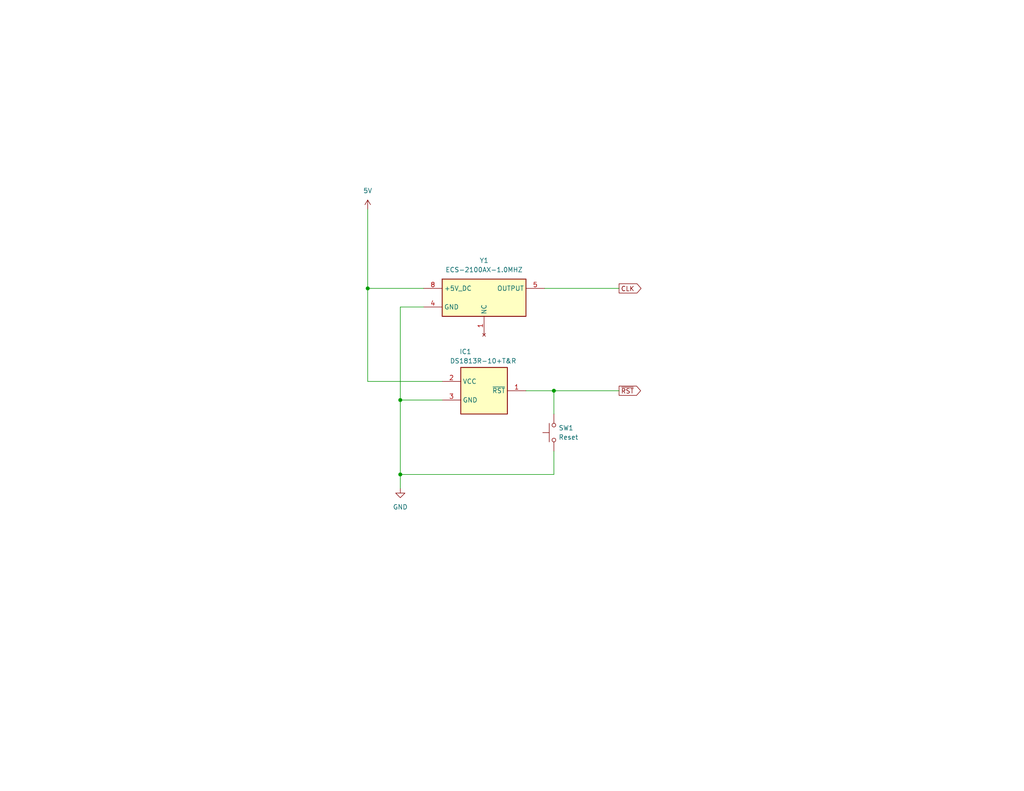
<source format=kicad_sch>
(kicad_sch (version 20231120) (generator "eeschema") (generator_version "8.0")
  (paper "A")
  (title_block (title "65C02 Single Board Computer"))
  (lib_symbols
    (symbol "6502-sbc:DS1813R-10+T&R"
      (property "Reference" "IC1" (at -5.08 9.398 0))
      (property "Value" "DS1813R-10+T&R" (at -0.254 6.858 0))
      (symbol "DS1813R-10+T&R_1_1"
        (rectangle (start -6.35 5.08) (end 6.35 -7.62) (stroke (width 0.254)) (fill (type background)))
        (pin output line (at 11.43 -1.27 180) (length 5.08) (name "~{RST}") (number "1"))
        (pin passive line (at -11.43 1.27 0) (length 5.08) (name "VCC") (number "2"))
        (pin passive line (at -11.43 -3.81 0) (length 5.08) (name "GND") (number "3"))
      )
    )
    (symbol "6502-sbc:ECS-2100AX-1.0MHZ"
      (property "Reference" "Y1" (at 16.51 7.62 0))
      (property "Value" "ECS-2100AX-1.0MHZ" (at 16.51 5.08 0))
      (symbol "ECS-2100AX-1.0MHZ_1_1"
        (rectangle (start 5.08 2.54) (end 27.94 -7.62) (stroke (width 0.254)) (fill (type background)))
        (pin no_connect line (at 16.51 -12.7 90) (length 5.08) (name "NC") (number "1"))
        (pin passive line (at 0 -5.08 0) (length 5.08) (name "GND") (number "4"))
        (pin passive line (at 33.02 0 180) (length 5.08) (name "OUTPUT") (number "5"))
        (pin passive line (at 0 0 0) (length 5.08) (name "+5V_DC") (number "8"))
      )
    )
    (symbol "Switch:SW_Push" (pin_numbers hide) (pin_names (offset 1.016) hide)
      (property "Reference" "SW" (at 1.27 2.54 0))
      (property "Value" "SW_Push" (at 0 -1.524 0))
      (symbol "SW_Push_0_1"
        (circle (center -2.032 0) (radius 0.508))
        (polyline (pts (xy 0 1.27) (xy 0 3.048)))
        (polyline (pts (xy 2.54 1.27) (xy -2.54 1.27)))
        (circle (center 2.032 0) (radius 0.508))
        (pin passive line (at -5.08 0 0) (length 2.54) (name "1") (number "1"))
        (pin passive line (at 5.08 0 180) (length 2.54) (name "2") (number "2"))
      )
    )
    (symbol "power:GND" (power) (pin_numbers hide) (pin_names (offset 0) hide)
      (property "Value" "GND" (at 0 -3.81 0))
      (symbol "GND_0_1"
        (polyline (pts (xy 0 0) (xy 0 -1.27) (xy 1.27 -1.27) (xy 0 -2.54) (xy -1.27 -1.27) (xy 0 -1.27)))
      )
      (symbol "GND_1_1"
        (pin power_in line (at 0 0 270) (length 0) (name "~") (number "1"))
      )
    )
    (symbol "power:VDC" (power) (pin_numbers hide) (pin_names (offset 0) hide)
      (property "Value" "VDC" (at 0 3.556 0))
      (symbol "VDC_0_1"
        (polyline (pts (xy -0.762 1.27) (xy 0 2.54)))
        (polyline (pts (xy 0 0) (xy 0 2.54)))
        (polyline (pts (xy 0 2.54) (xy 0.762 1.27)))
      )
      (symbol "VDC_1_1"
        (pin power_in line (at 0 0 90) (length 0) (name "~") (number "1"))
      )
    )
  )
  (junction (at 109.22 129.54))
  (junction (at 100.33 78.74))
  (junction (at 151.13 106.68))
  (junction (at 109.22 109.22))
  (wire (pts (xy 120.65 104.14) (xy 100.33 104.14)))
  (wire (pts (xy 151.13 129.54) (xy 109.22 129.54)))
  (wire (pts (xy 143.51 106.68) (xy 151.13 106.68)))
  (wire (pts (xy 151.13 106.68) (xy 168.91 106.68)))
  (wire (pts (xy 109.22 109.22) (xy 109.22 83.82)))
  (wire (pts (xy 100.33 104.14) (xy 100.33 78.74)))
  (wire (pts (xy 151.13 123.19) (xy 151.13 129.54)))
  (wire (pts (xy 120.65 109.22) (xy 109.22 109.22)))
  (wire (pts (xy 100.33 78.74) (xy 100.33 57.15)))
  (wire (pts (xy 151.13 106.68) (xy 151.13 113.03)))
  (wire (pts (xy 109.22 83.82) (xy 115.57 83.82)))
  (wire (pts (xy 109.22 109.22) (xy 109.22 129.54)))
  (wire (pts (xy 100.33 78.74) (xy 115.57 78.74)))
  (wire (pts (xy 109.22 129.54) (xy 109.22 133.35)))
  (wire (pts (xy 148.59 78.74) (xy 168.91 78.74)))
  (global_label "~{RST}" (shape output) (at 168.91 106.68 0) (property "Intersheetrefs" "${INTERSHEET_REFS}" (effects (hide yes))))
  (global_label "CLK" (shape output) (at 168.91 78.74 0) (property "Intersheetrefs" "${INTERSHEET_REFS}" (effects (hide yes))))
  (symbol (lib_id "Switch:SW_Push") (at 151.13 118.11 90) (unit 1)
    (property "Reference" "SW1" (at 152.4 116.8399 90) (effects (justify right)))
    (property "Value" "Reset" (at 152.4 119.3799 90) (effects (justify right)))
    (property "Description" "Push button switch, generic, two pins" (effects (hide yes)))
  )
  (symbol (lib_id "power:VDC") (at 100.33 57.15 0) (unit 1)
    (property "Reference" "#PWR02" (effects (hide yes)))
    (property "Value" "5V" (at 100.33 52.07 0))
    (property "Description" "Power symbol creates a global label with name \"VDC\"" (effects (hide yes)))
  )
  (symbol (lib_id "6502-sbc:ECS-2100AX-1.0MHZ") (at 115.57 78.74 0) (unit 1)
    (property "Reference" "Y1" (at 132.08 71.12 0))
    (property "Value" "ECS-2100AX-1.0MHZ" (at 132.08 73.66 0))
    (property "Footprint" "ECS2100AX10MHZ" (effects (hide yes)))
    (property "Datasheet" "https://componentsearchengine.com/Datasheets/1/ECS-2100AX-1.0MHZ.pdf" (effects (hide yes)))
    (property "Description" "Standard Clock Oscillators DIP-8 5V 1MHz" (effects (hide yes)))
    (property "Height" "5.4" (effects (hide yes)))
    (property "Mouser Part Number" "520-TCH100-X" (effects (hide yes)))
    (property "Mouser Price/Stock" "https://www.mouser.co.uk/ProductDetail/ECS/ECS-2100AX-1.0MHZ?qs=45Pde4zb71svfgs%2F4%2FEJSA%3D%3D" (effects (hide yes)))
    (property "Manufacturer_Name" "ECS" (effects (hide yes)))
    (property "Manufacturer_Part_Number" "ECS-2100AX-1.0MHZ" (effects (hide yes)))
  )
  (symbol (lib_id "6502-sbc:DS1813R-10+T&R") (at 132.08 105.41 0) (unit 1)
    (property "Reference" "IC1" (at 127 96.012 0))
    (property "Value" "DS1813R-10+T&R" (at 131.826 98.552 0))
    (property "Footprint" "SOT95P237X112-3N" (effects (hide yes)))
    (property "Datasheet" "https://componentsearchengine.com/Datasheets/2/DS1813R-10+T&R.pdf" (effects (hide yes)))
    (property "Description" "Maxim DS1813R-10+T&R, Voltage Supervisor 4.25  4.49 V, Reset Input, 3-Pin SOT-23" (effects (hide yes)))
    (property "Height" "1.12" (effects (hide yes)))
    (property "Mouser Part Number" "700-DS1813R-10T&R" (effects (hide yes)))
    (property "Mouser Price/Stock" "https://www.mouser.co.uk/ProductDetail/Analog-Devices-Maxim-Integrated/DS1813R-10%2bTR?qs=0Y9aZN%252BMVCUEX%2FgvPX%252B6Nw%3D%3D" (effects (hide yes)))
    (property "Manufacturer_Name" "Analog Devices" (effects (hide yes)))
    (property "Manufacturer_Part_Number" "DS1813R-10+T&R" (effects (hide yes)))
  )
  (symbol (lib_id "power:GND") (at 109.22 133.35 0) (unit 1)
    (property "Reference" "#PWR01" (effects (hide yes)))
    (property "Value" "GND" (at 109.22 138.43 0))
    (property "Description" "Power symbol creates a global label with name \"GND\" , ground" (effects (hide yes)))
  )
)
</source>
